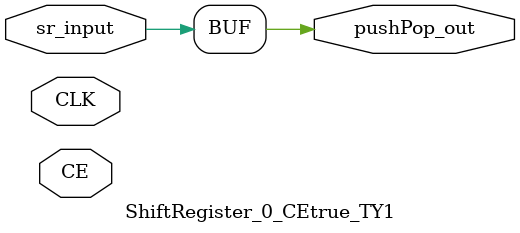
<source format=v>
module ShiftRegister_0_CEtrue_TY1(input CLK, input CE, input sr_input, output pushPop_out);
parameter INSTANCE_NAME="INST";
  assign pushPop_out = sr_input;
endmodule
</source>
